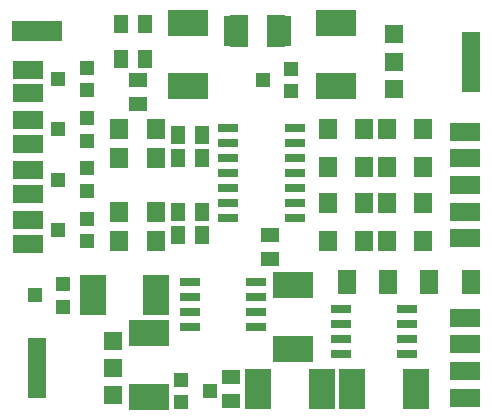
<source format=gts>
%FSLAX25Y25*%
%MOIN*%
G70*
G01*
G75*
G04 Layer_Color=8388736*
%ADD10R,0.05118X0.03937*%
%ADD11R,0.05118X0.09843*%
%ADD12R,0.05118X0.06299*%
%ADD13R,0.03937X0.05118*%
%ADD14R,0.05512X0.19685*%
%ADD15R,0.05512X0.05512*%
%ADD16R,0.03937X0.03937*%
%ADD17R,0.06299X0.01969*%
%ADD18R,0.15748X0.06299*%
%ADD19R,0.05118X0.03150*%
%ADD20R,0.09055X0.05118*%
%ADD21R,0.07874X0.12598*%
%ADD22R,0.12598X0.07874*%
%ADD23C,0.03937*%
%ADD24C,0.02284*%
%ADD25C,0.01000*%
%ADD26C,0.01969*%
%ADD27C,0.02953*%
%ADD28C,0.02756*%
%ADD29C,0.01890*%
%ADD30C,0.03150*%
%ADD31R,0.01181X0.09449*%
%ADD32R,0.01181X0.09449*%
%ADD33C,0.03937*%
%ADD34R,0.03937X0.03937*%
%ADD35C,0.01772*%
%ADD36C,0.03347*%
%ADD37C,0.00787*%
%ADD38R,0.17323X0.03543*%
%ADD39R,0.11024X0.11024*%
%ADD40R,0.28346X0.03937*%
%ADD41R,0.03150X0.07087*%
%ADD42R,0.03150X0.07480*%
%ADD43R,0.02756X0.07087*%
%ADD44R,0.03150X0.07480*%
%ADD45R,0.01969X0.10236*%
%ADD46R,0.05918X0.04737*%
%ADD47R,0.05918X0.10642*%
%ADD48R,0.05918X0.07099*%
%ADD49R,0.04737X0.05918*%
%ADD50R,0.06312X0.20485*%
%ADD51R,0.06312X0.06312*%
%ADD52R,0.04737X0.04737*%
%ADD53R,0.07099X0.02769*%
%ADD54R,0.16548X0.07099*%
%ADD55R,0.05918X0.03950*%
%ADD56R,0.09855X0.05918*%
%ADD57R,0.08674X0.13398*%
%ADD58R,0.13398X0.08674*%
D45*
X402953Y377165D02*
D03*
X423425D02*
D03*
D46*
X373228Y352756D02*
D03*
Y360630D02*
D03*
X417323Y309055D02*
D03*
Y301181D02*
D03*
X404331Y261811D02*
D03*
Y253937D02*
D03*
D47*
X407087Y377165D02*
D03*
X419291D02*
D03*
D48*
X367126Y334646D02*
D03*
X379331D02*
D03*
X367126Y316929D02*
D03*
X379331D02*
D03*
X367126Y307087D02*
D03*
X379331D02*
D03*
X448819Y344488D02*
D03*
X436614D02*
D03*
X468504Y331693D02*
D03*
X456299D02*
D03*
X448819D02*
D03*
X436614D02*
D03*
X468504Y319882D02*
D03*
X456299D02*
D03*
X448819D02*
D03*
X436614D02*
D03*
X468504Y307087D02*
D03*
X456299D02*
D03*
X448819D02*
D03*
X436614D02*
D03*
X367126Y344488D02*
D03*
X379331D02*
D03*
X468504D02*
D03*
X456299D02*
D03*
D49*
X367717Y367717D02*
D03*
X375590D02*
D03*
X367717Y379527D02*
D03*
X375591D02*
D03*
X386811Y309055D02*
D03*
X394685D02*
D03*
X386811Y316929D02*
D03*
X394685D02*
D03*
X386811Y334646D02*
D03*
X394685D02*
D03*
X386811Y342520D02*
D03*
X394685D02*
D03*
D50*
X339567Y264764D02*
D03*
X484252Y366929D02*
D03*
D51*
X365157Y264764D02*
D03*
Y255709D02*
D03*
Y273819D02*
D03*
X458661Y366929D02*
D03*
Y375984D02*
D03*
Y357874D02*
D03*
D52*
X397244Y257087D02*
D03*
X387795Y260827D02*
D03*
Y253346D02*
D03*
X414961Y360827D02*
D03*
X424409Y357086D02*
D03*
Y364567D02*
D03*
X338976Y288976D02*
D03*
X348425Y285236D02*
D03*
Y292717D02*
D03*
X346850Y310827D02*
D03*
X356299Y307087D02*
D03*
Y314567D02*
D03*
X346850Y327559D02*
D03*
X356299Y323819D02*
D03*
Y331299D02*
D03*
X346850Y344291D02*
D03*
X356299Y340551D02*
D03*
Y348032D02*
D03*
X346850Y361023D02*
D03*
X356299Y357283D02*
D03*
Y364764D02*
D03*
D53*
X403543Y314882D02*
D03*
Y319882D02*
D03*
Y324882D02*
D03*
Y334882D02*
D03*
Y339882D02*
D03*
Y344882D02*
D03*
X425591Y314882D02*
D03*
Y319882D02*
D03*
Y324882D02*
D03*
Y334882D02*
D03*
Y339882D02*
D03*
Y344882D02*
D03*
X403543Y329882D02*
D03*
X425591D02*
D03*
X462992Y284449D02*
D03*
Y279449D02*
D03*
Y274449D02*
D03*
Y269449D02*
D03*
X440945Y284449D02*
D03*
Y279449D02*
D03*
Y274449D02*
D03*
Y269449D02*
D03*
X412795Y293307D02*
D03*
Y288307D02*
D03*
Y283307D02*
D03*
Y278307D02*
D03*
X390748Y293307D02*
D03*
Y288307D02*
D03*
Y283307D02*
D03*
Y278307D02*
D03*
D54*
X339567Y376968D02*
D03*
D55*
X470472Y295276D02*
D03*
Y291339D02*
D03*
X484252Y295276D02*
D03*
Y291339D02*
D03*
X442913Y295276D02*
D03*
Y291339D02*
D03*
X456693D02*
D03*
Y295276D02*
D03*
D56*
X482283Y263780D02*
D03*
Y254921D02*
D03*
X482283Y308071D02*
D03*
X482283Y316929D02*
D03*
X482283Y334646D02*
D03*
X482283Y343504D02*
D03*
X482283Y325787D02*
D03*
X482283Y281496D02*
D03*
Y272638D02*
D03*
X336614Y306102D02*
D03*
X336614Y322835D02*
D03*
X336614Y339567D02*
D03*
X336614Y356299D02*
D03*
X336614Y313976D02*
D03*
X336614Y330709D02*
D03*
X336614Y347441D02*
D03*
X336614Y364173D02*
D03*
D57*
X444882Y257874D02*
D03*
X466142D02*
D03*
X413386D02*
D03*
X434646D02*
D03*
X379528Y289173D02*
D03*
X358268D02*
D03*
D58*
X376969Y255118D02*
D03*
Y276378D02*
D03*
X439370Y358661D02*
D03*
Y379921D02*
D03*
X425197Y292323D02*
D03*
Y271063D02*
D03*
X390158Y379921D02*
D03*
Y358662D02*
D03*
M02*

</source>
